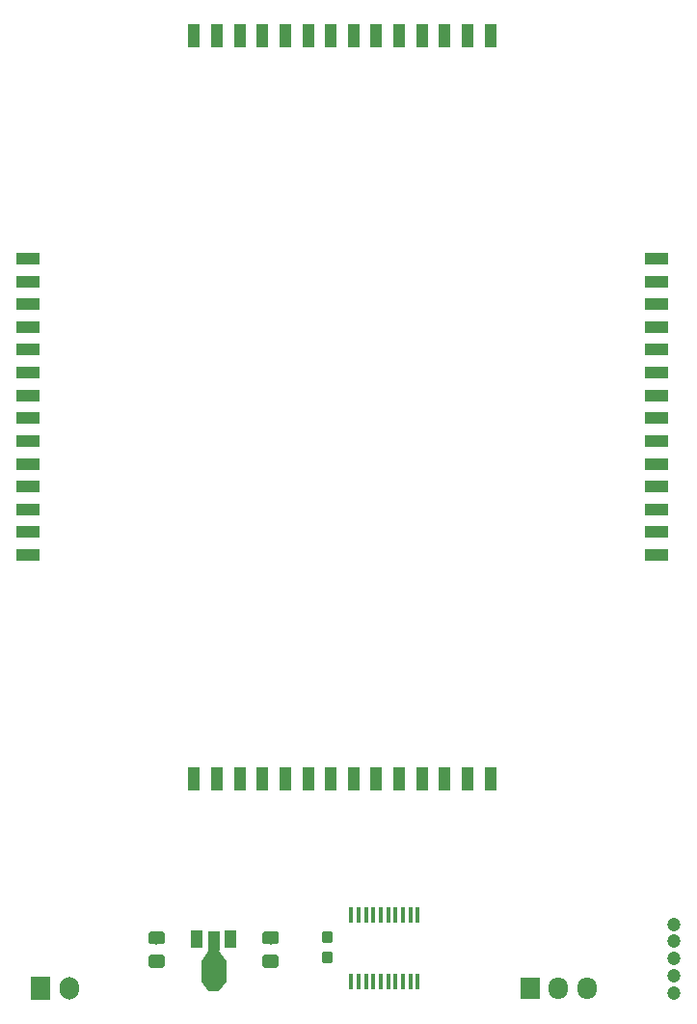
<source format=gts>
G04 #@! TF.GenerationSoftware,KiCad,Pcbnew,(5.0.0)*
G04 #@! TF.CreationDate,2018-11-23T13:42:35+09:00*
G04 #@! TF.ProjectId,LED_hachune_1,4C45445F68616368756E655F312E6B69,rev?*
G04 #@! TF.SameCoordinates,Original*
G04 #@! TF.FileFunction,Soldermask,Top*
G04 #@! TF.FilePolarity,Negative*
%FSLAX46Y46*%
G04 Gerber Fmt 4.6, Leading zero omitted, Abs format (unit mm)*
G04 Created by KiCad (PCBNEW (5.0.0)) date 11/23/18 13:42:35*
%MOMM*%
%LPD*%
G01*
G04 APERTURE LIST*
%ADD10C,0.100000*%
%ADD11C,1.150000*%
%ADD12R,0.450000X1.450000*%
%ADD13C,0.850000*%
%ADD14R,1.000000X1.500000*%
%ADD15R,1.000000X1.800000*%
%ADD16R,2.200000X1.840000*%
%ADD17C,1.000000*%
%ADD18R,2.000000X1.000000*%
%ADD19R,1.000000X2.000000*%
%ADD20C,0.950000*%
%ADD21R,1.700000X2.000000*%
%ADD22O,1.700000X2.000000*%
%ADD23R,1.700000X1.950000*%
%ADD24O,1.700000X1.950000*%
%ADD25C,1.200000*%
G04 APERTURE END LIST*
D10*
G04 #@! TO.C,C5*
G36*
X65174505Y-133051204D02*
X65198773Y-133054804D01*
X65222572Y-133060765D01*
X65245671Y-133069030D01*
X65267850Y-133079520D01*
X65288893Y-133092132D01*
X65308599Y-133106747D01*
X65326777Y-133123223D01*
X65343253Y-133141401D01*
X65357868Y-133161107D01*
X65370480Y-133182150D01*
X65380970Y-133204329D01*
X65389235Y-133227428D01*
X65395196Y-133251227D01*
X65398796Y-133275495D01*
X65400000Y-133299999D01*
X65400000Y-133950001D01*
X65398796Y-133974505D01*
X65395196Y-133998773D01*
X65389235Y-134022572D01*
X65380970Y-134045671D01*
X65370480Y-134067850D01*
X65357868Y-134088893D01*
X65343253Y-134108599D01*
X65326777Y-134126777D01*
X65308599Y-134143253D01*
X65288893Y-134157868D01*
X65267850Y-134170480D01*
X65245671Y-134180970D01*
X65222572Y-134189235D01*
X65198773Y-134195196D01*
X65174505Y-134198796D01*
X65150001Y-134200000D01*
X64249999Y-134200000D01*
X64225495Y-134198796D01*
X64201227Y-134195196D01*
X64177428Y-134189235D01*
X64154329Y-134180970D01*
X64132150Y-134170480D01*
X64111107Y-134157868D01*
X64091401Y-134143253D01*
X64073223Y-134126777D01*
X64056747Y-134108599D01*
X64042132Y-134088893D01*
X64029520Y-134067850D01*
X64019030Y-134045671D01*
X64010765Y-134022572D01*
X64004804Y-133998773D01*
X64001204Y-133974505D01*
X64000000Y-133950001D01*
X64000000Y-133299999D01*
X64001204Y-133275495D01*
X64004804Y-133251227D01*
X64010765Y-133227428D01*
X64019030Y-133204329D01*
X64029520Y-133182150D01*
X64042132Y-133161107D01*
X64056747Y-133141401D01*
X64073223Y-133123223D01*
X64091401Y-133106747D01*
X64111107Y-133092132D01*
X64132150Y-133079520D01*
X64154329Y-133069030D01*
X64177428Y-133060765D01*
X64201227Y-133054804D01*
X64225495Y-133051204D01*
X64249999Y-133050000D01*
X65150001Y-133050000D01*
X65174505Y-133051204D01*
X65174505Y-133051204D01*
G37*
D11*
X64700000Y-133625000D03*
D10*
G36*
X65174505Y-131001204D02*
X65198773Y-131004804D01*
X65222572Y-131010765D01*
X65245671Y-131019030D01*
X65267850Y-131029520D01*
X65288893Y-131042132D01*
X65308599Y-131056747D01*
X65326777Y-131073223D01*
X65343253Y-131091401D01*
X65357868Y-131111107D01*
X65370480Y-131132150D01*
X65380970Y-131154329D01*
X65389235Y-131177428D01*
X65395196Y-131201227D01*
X65398796Y-131225495D01*
X65400000Y-131249999D01*
X65400000Y-131900001D01*
X65398796Y-131924505D01*
X65395196Y-131948773D01*
X65389235Y-131972572D01*
X65380970Y-131995671D01*
X65370480Y-132017850D01*
X65357868Y-132038893D01*
X65343253Y-132058599D01*
X65326777Y-132076777D01*
X65308599Y-132093253D01*
X65288893Y-132107868D01*
X65267850Y-132120480D01*
X65245671Y-132130970D01*
X65222572Y-132139235D01*
X65198773Y-132145196D01*
X65174505Y-132148796D01*
X65150001Y-132150000D01*
X64249999Y-132150000D01*
X64225495Y-132148796D01*
X64201227Y-132145196D01*
X64177428Y-132139235D01*
X64154329Y-132130970D01*
X64132150Y-132120480D01*
X64111107Y-132107868D01*
X64091401Y-132093253D01*
X64073223Y-132076777D01*
X64056747Y-132058599D01*
X64042132Y-132038893D01*
X64029520Y-132017850D01*
X64019030Y-131995671D01*
X64010765Y-131972572D01*
X64004804Y-131948773D01*
X64001204Y-131924505D01*
X64000000Y-131900001D01*
X64000000Y-131249999D01*
X64001204Y-131225495D01*
X64004804Y-131201227D01*
X64010765Y-131177428D01*
X64019030Y-131154329D01*
X64029520Y-131132150D01*
X64042132Y-131111107D01*
X64056747Y-131091401D01*
X64073223Y-131073223D01*
X64091401Y-131056747D01*
X64111107Y-131042132D01*
X64132150Y-131029520D01*
X64154329Y-131019030D01*
X64177428Y-131010765D01*
X64201227Y-131004804D01*
X64225495Y-131001204D01*
X64249999Y-131000000D01*
X65150001Y-131000000D01*
X65174505Y-131001204D01*
X65174505Y-131001204D01*
G37*
D11*
X64700000Y-131575000D03*
G04 #@! TD*
D10*
G04 #@! TO.C,C1*
G36*
X75174505Y-131001204D02*
X75198773Y-131004804D01*
X75222572Y-131010765D01*
X75245671Y-131019030D01*
X75267850Y-131029520D01*
X75288893Y-131042132D01*
X75308599Y-131056747D01*
X75326777Y-131073223D01*
X75343253Y-131091401D01*
X75357868Y-131111107D01*
X75370480Y-131132150D01*
X75380970Y-131154329D01*
X75389235Y-131177428D01*
X75395196Y-131201227D01*
X75398796Y-131225495D01*
X75400000Y-131249999D01*
X75400000Y-131900001D01*
X75398796Y-131924505D01*
X75395196Y-131948773D01*
X75389235Y-131972572D01*
X75380970Y-131995671D01*
X75370480Y-132017850D01*
X75357868Y-132038893D01*
X75343253Y-132058599D01*
X75326777Y-132076777D01*
X75308599Y-132093253D01*
X75288893Y-132107868D01*
X75267850Y-132120480D01*
X75245671Y-132130970D01*
X75222572Y-132139235D01*
X75198773Y-132145196D01*
X75174505Y-132148796D01*
X75150001Y-132150000D01*
X74249999Y-132150000D01*
X74225495Y-132148796D01*
X74201227Y-132145196D01*
X74177428Y-132139235D01*
X74154329Y-132130970D01*
X74132150Y-132120480D01*
X74111107Y-132107868D01*
X74091401Y-132093253D01*
X74073223Y-132076777D01*
X74056747Y-132058599D01*
X74042132Y-132038893D01*
X74029520Y-132017850D01*
X74019030Y-131995671D01*
X74010765Y-131972572D01*
X74004804Y-131948773D01*
X74001204Y-131924505D01*
X74000000Y-131900001D01*
X74000000Y-131249999D01*
X74001204Y-131225495D01*
X74004804Y-131201227D01*
X74010765Y-131177428D01*
X74019030Y-131154329D01*
X74029520Y-131132150D01*
X74042132Y-131111107D01*
X74056747Y-131091401D01*
X74073223Y-131073223D01*
X74091401Y-131056747D01*
X74111107Y-131042132D01*
X74132150Y-131029520D01*
X74154329Y-131019030D01*
X74177428Y-131010765D01*
X74201227Y-131004804D01*
X74225495Y-131001204D01*
X74249999Y-131000000D01*
X75150001Y-131000000D01*
X75174505Y-131001204D01*
X75174505Y-131001204D01*
G37*
D11*
X74700000Y-131575000D03*
D10*
G36*
X75174505Y-133051204D02*
X75198773Y-133054804D01*
X75222572Y-133060765D01*
X75245671Y-133069030D01*
X75267850Y-133079520D01*
X75288893Y-133092132D01*
X75308599Y-133106747D01*
X75326777Y-133123223D01*
X75343253Y-133141401D01*
X75357868Y-133161107D01*
X75370480Y-133182150D01*
X75380970Y-133204329D01*
X75389235Y-133227428D01*
X75395196Y-133251227D01*
X75398796Y-133275495D01*
X75400000Y-133299999D01*
X75400000Y-133950001D01*
X75398796Y-133974505D01*
X75395196Y-133998773D01*
X75389235Y-134022572D01*
X75380970Y-134045671D01*
X75370480Y-134067850D01*
X75357868Y-134088893D01*
X75343253Y-134108599D01*
X75326777Y-134126777D01*
X75308599Y-134143253D01*
X75288893Y-134157868D01*
X75267850Y-134170480D01*
X75245671Y-134180970D01*
X75222572Y-134189235D01*
X75198773Y-134195196D01*
X75174505Y-134198796D01*
X75150001Y-134200000D01*
X74249999Y-134200000D01*
X74225495Y-134198796D01*
X74201227Y-134195196D01*
X74177428Y-134189235D01*
X74154329Y-134180970D01*
X74132150Y-134170480D01*
X74111107Y-134157868D01*
X74091401Y-134143253D01*
X74073223Y-134126777D01*
X74056747Y-134108599D01*
X74042132Y-134088893D01*
X74029520Y-134067850D01*
X74019030Y-134045671D01*
X74010765Y-134022572D01*
X74004804Y-133998773D01*
X74001204Y-133974505D01*
X74000000Y-133950001D01*
X74000000Y-133299999D01*
X74001204Y-133275495D01*
X74004804Y-133251227D01*
X74010765Y-133227428D01*
X74019030Y-133204329D01*
X74029520Y-133182150D01*
X74042132Y-133161107D01*
X74056747Y-133141401D01*
X74073223Y-133123223D01*
X74091401Y-133106747D01*
X74111107Y-133092132D01*
X74132150Y-133079520D01*
X74154329Y-133069030D01*
X74177428Y-133060765D01*
X74201227Y-133054804D01*
X74225495Y-133051204D01*
X74249999Y-133050000D01*
X75150001Y-133050000D01*
X75174505Y-133051204D01*
X75174505Y-133051204D01*
G37*
D11*
X74700000Y-133625000D03*
G04 #@! TD*
D12*
G04 #@! TO.C,U1*
X87625000Y-129550000D03*
X86975000Y-129550000D03*
X86325000Y-129550000D03*
X85675000Y-129550000D03*
X85025000Y-129550000D03*
X84375000Y-129550000D03*
X83725000Y-129550000D03*
X83075000Y-129550000D03*
X82425000Y-129550000D03*
X81775000Y-129550000D03*
X81775000Y-135450000D03*
X82425000Y-135450000D03*
X83075000Y-135450000D03*
X83725000Y-135450000D03*
X84375000Y-135450000D03*
X85025000Y-135450000D03*
X85675000Y-135450000D03*
X86325000Y-135450000D03*
X86975000Y-135450000D03*
X87625000Y-135450000D03*
G04 #@! TD*
D13*
G04 #@! TO.C,U2*
X69700000Y-135867000D03*
D10*
G36*
X70800000Y-135442000D02*
X70200000Y-136292000D01*
X69200000Y-136292000D01*
X68600000Y-135442000D01*
X70800000Y-135442000D01*
X70800000Y-135442000D01*
G37*
D14*
X71200000Y-131720000D03*
D15*
X69700000Y-131866500D03*
D14*
X68200000Y-131720000D03*
D16*
X69700000Y-134533500D03*
D17*
X69700000Y-133123800D03*
D10*
G36*
X68600000Y-133623800D02*
X69300000Y-132623800D01*
X70100000Y-132623800D01*
X70800000Y-133623800D01*
X68600000Y-133623800D01*
X68600000Y-133623800D01*
G37*
G04 #@! TD*
D18*
G04 #@! TO.C,J10*
X108600000Y-72000000D03*
X108600000Y-74000000D03*
X108600000Y-76000000D03*
X108600000Y-78000000D03*
X108600000Y-80000000D03*
X108600000Y-82000000D03*
X108600000Y-84000000D03*
X108600000Y-86000000D03*
X108600000Y-88000000D03*
X108600000Y-90000000D03*
X108600000Y-92000000D03*
X108600000Y-94000000D03*
X108600000Y-96000000D03*
X108600000Y-98000000D03*
G04 #@! TD*
D19*
G04 #@! TO.C,J11*
X94000000Y-117600000D03*
X92000000Y-117600000D03*
X90000000Y-117600000D03*
X88000000Y-117600000D03*
X86000000Y-117600000D03*
X84000000Y-117600000D03*
X82000000Y-117600000D03*
X80000000Y-117600000D03*
X78000000Y-117600000D03*
X76000000Y-117600000D03*
X74000000Y-117600000D03*
X72000000Y-117600000D03*
X70000000Y-117600000D03*
X68000000Y-117600000D03*
G04 #@! TD*
D18*
G04 #@! TO.C,J5*
X53400000Y-98000000D03*
X53400000Y-96000000D03*
X53400000Y-94000000D03*
X53400000Y-92000000D03*
X53400000Y-90000000D03*
X53400000Y-88000000D03*
X53400000Y-86000000D03*
X53400000Y-84000000D03*
X53400000Y-82000000D03*
X53400000Y-80000000D03*
X53400000Y-78000000D03*
X53400000Y-76000000D03*
X53400000Y-74000000D03*
X53400000Y-72000000D03*
G04 #@! TD*
D19*
G04 #@! TO.C,J9*
X94000000Y-52400000D03*
X92000000Y-52400000D03*
X90000000Y-52400000D03*
X88000000Y-52400000D03*
X86000000Y-52400000D03*
X84000000Y-52400000D03*
X82000000Y-52400000D03*
X80000000Y-52400000D03*
X78000000Y-52400000D03*
X76000000Y-52400000D03*
X74000000Y-52400000D03*
X72000000Y-52400000D03*
X70000000Y-52400000D03*
X68000000Y-52400000D03*
G04 #@! TD*
D10*
G04 #@! TO.C,C2*
G36*
X79960779Y-131001144D02*
X79983834Y-131004563D01*
X80006443Y-131010227D01*
X80028387Y-131018079D01*
X80049457Y-131028044D01*
X80069448Y-131040026D01*
X80088168Y-131053910D01*
X80105438Y-131069562D01*
X80121090Y-131086832D01*
X80134974Y-131105552D01*
X80146956Y-131125543D01*
X80156921Y-131146613D01*
X80164773Y-131168557D01*
X80170437Y-131191166D01*
X80173856Y-131214221D01*
X80175000Y-131237500D01*
X80175000Y-131812500D01*
X80173856Y-131835779D01*
X80170437Y-131858834D01*
X80164773Y-131881443D01*
X80156921Y-131903387D01*
X80146956Y-131924457D01*
X80134974Y-131944448D01*
X80121090Y-131963168D01*
X80105438Y-131980438D01*
X80088168Y-131996090D01*
X80069448Y-132009974D01*
X80049457Y-132021956D01*
X80028387Y-132031921D01*
X80006443Y-132039773D01*
X79983834Y-132045437D01*
X79960779Y-132048856D01*
X79937500Y-132050000D01*
X79462500Y-132050000D01*
X79439221Y-132048856D01*
X79416166Y-132045437D01*
X79393557Y-132039773D01*
X79371613Y-132031921D01*
X79350543Y-132021956D01*
X79330552Y-132009974D01*
X79311832Y-131996090D01*
X79294562Y-131980438D01*
X79278910Y-131963168D01*
X79265026Y-131944448D01*
X79253044Y-131924457D01*
X79243079Y-131903387D01*
X79235227Y-131881443D01*
X79229563Y-131858834D01*
X79226144Y-131835779D01*
X79225000Y-131812500D01*
X79225000Y-131237500D01*
X79226144Y-131214221D01*
X79229563Y-131191166D01*
X79235227Y-131168557D01*
X79243079Y-131146613D01*
X79253044Y-131125543D01*
X79265026Y-131105552D01*
X79278910Y-131086832D01*
X79294562Y-131069562D01*
X79311832Y-131053910D01*
X79330552Y-131040026D01*
X79350543Y-131028044D01*
X79371613Y-131018079D01*
X79393557Y-131010227D01*
X79416166Y-131004563D01*
X79439221Y-131001144D01*
X79462500Y-131000000D01*
X79937500Y-131000000D01*
X79960779Y-131001144D01*
X79960779Y-131001144D01*
G37*
D20*
X79700000Y-131525000D03*
D10*
G36*
X79960779Y-132751144D02*
X79983834Y-132754563D01*
X80006443Y-132760227D01*
X80028387Y-132768079D01*
X80049457Y-132778044D01*
X80069448Y-132790026D01*
X80088168Y-132803910D01*
X80105438Y-132819562D01*
X80121090Y-132836832D01*
X80134974Y-132855552D01*
X80146956Y-132875543D01*
X80156921Y-132896613D01*
X80164773Y-132918557D01*
X80170437Y-132941166D01*
X80173856Y-132964221D01*
X80175000Y-132987500D01*
X80175000Y-133562500D01*
X80173856Y-133585779D01*
X80170437Y-133608834D01*
X80164773Y-133631443D01*
X80156921Y-133653387D01*
X80146956Y-133674457D01*
X80134974Y-133694448D01*
X80121090Y-133713168D01*
X80105438Y-133730438D01*
X80088168Y-133746090D01*
X80069448Y-133759974D01*
X80049457Y-133771956D01*
X80028387Y-133781921D01*
X80006443Y-133789773D01*
X79983834Y-133795437D01*
X79960779Y-133798856D01*
X79937500Y-133800000D01*
X79462500Y-133800000D01*
X79439221Y-133798856D01*
X79416166Y-133795437D01*
X79393557Y-133789773D01*
X79371613Y-133781921D01*
X79350543Y-133771956D01*
X79330552Y-133759974D01*
X79311832Y-133746090D01*
X79294562Y-133730438D01*
X79278910Y-133713168D01*
X79265026Y-133694448D01*
X79253044Y-133674457D01*
X79243079Y-133653387D01*
X79235227Y-133631443D01*
X79229563Y-133608834D01*
X79226144Y-133585779D01*
X79225000Y-133562500D01*
X79225000Y-132987500D01*
X79226144Y-132964221D01*
X79229563Y-132941166D01*
X79235227Y-132918557D01*
X79243079Y-132896613D01*
X79253044Y-132875543D01*
X79265026Y-132855552D01*
X79278910Y-132836832D01*
X79294562Y-132819562D01*
X79311832Y-132803910D01*
X79330552Y-132790026D01*
X79350543Y-132778044D01*
X79371613Y-132768079D01*
X79393557Y-132760227D01*
X79416166Y-132754563D01*
X79439221Y-132751144D01*
X79462500Y-132750000D01*
X79937500Y-132750000D01*
X79960779Y-132751144D01*
X79960779Y-132751144D01*
G37*
D20*
X79700000Y-133275000D03*
G04 #@! TD*
D21*
G04 #@! TO.C,J1*
X54500000Y-136000000D03*
D22*
X57000000Y-136000000D03*
G04 #@! TD*
D23*
G04 #@! TO.C,J2*
X97500000Y-136000000D03*
D24*
X100000000Y-136000000D03*
X102500000Y-136000000D03*
G04 #@! TD*
D25*
G04 #@! TO.C,J3*
X110100000Y-136400000D03*
X110100000Y-134900000D03*
X110100000Y-133400000D03*
X110100000Y-131900000D03*
X110100000Y-130400000D03*
G04 #@! TD*
M02*

</source>
